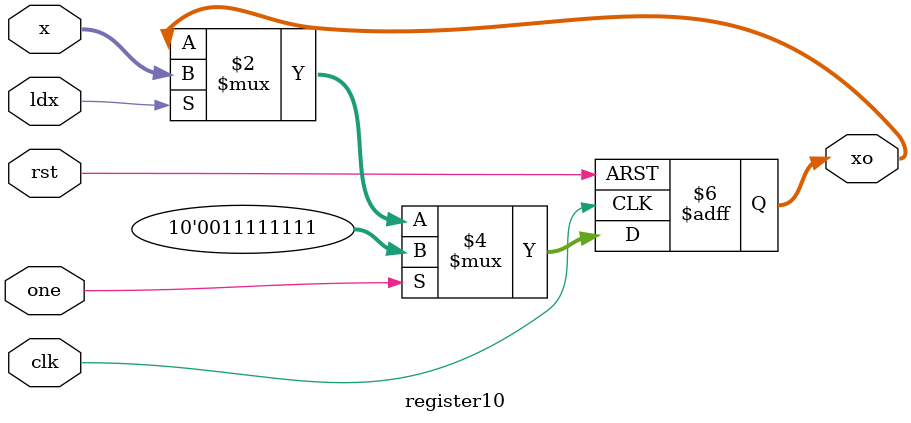
<source format=v>
`timescale 1ns/1ns
module register10(input clk,input rst,ldx,one,input[9:0] x,output reg[9:0] xo);

always@(posedge clk, posedge rst)begin
if(rst)
   xo <= 0;
else
  if(one)
    xo <= 8'b11111111;
  else
    xo <= ldx ? x : xo;
end

endmodule

</source>
